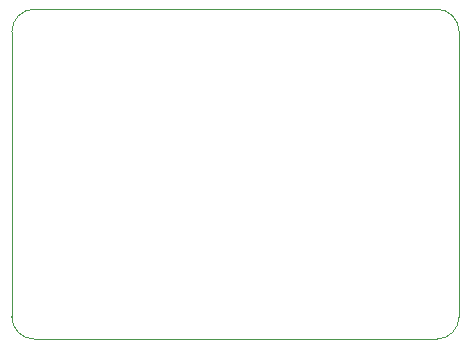
<source format=gbr>
%TF.GenerationSoftware,KiCad,Pcbnew,7.0.10*%
%TF.CreationDate,2024-07-15T19:27:34-03:00*%
%TF.ProjectId,board,626f6172-642e-46b6-9963-61645f706362,rev?*%
%TF.SameCoordinates,Original*%
%TF.FileFunction,Profile,NP*%
%FSLAX46Y46*%
G04 Gerber Fmt 4.6, Leading zero omitted, Abs format (unit mm)*
G04 Created by KiCad (PCBNEW 7.0.10) date 2024-07-15 19:27:34*
%MOMM*%
%LPD*%
G01*
G04 APERTURE LIST*
%TA.AperFunction,Profile*%
%ADD10C,0.100000*%
%TD*%
G04 APERTURE END LIST*
D10*
X120650000Y-105943400D02*
X120650000Y-81813400D01*
X156616400Y-107849200D02*
G75*
G03*
X158521400Y-105944238I0J1905000D01*
G01*
X122555000Y-79908400D02*
X156616400Y-79909238D01*
X120650000Y-105943400D02*
G75*
G03*
X122555000Y-107848400I1905000J0D01*
G01*
X158521400Y-81814238D02*
X158521400Y-105944238D01*
X122555000Y-79908400D02*
G75*
G03*
X120650000Y-81813400I0J-1905000D01*
G01*
X156616400Y-107849238D02*
X122555000Y-107848400D01*
X158521362Y-81814238D02*
G75*
G03*
X156616400Y-79909238I-1904962J38D01*
G01*
M02*

</source>
